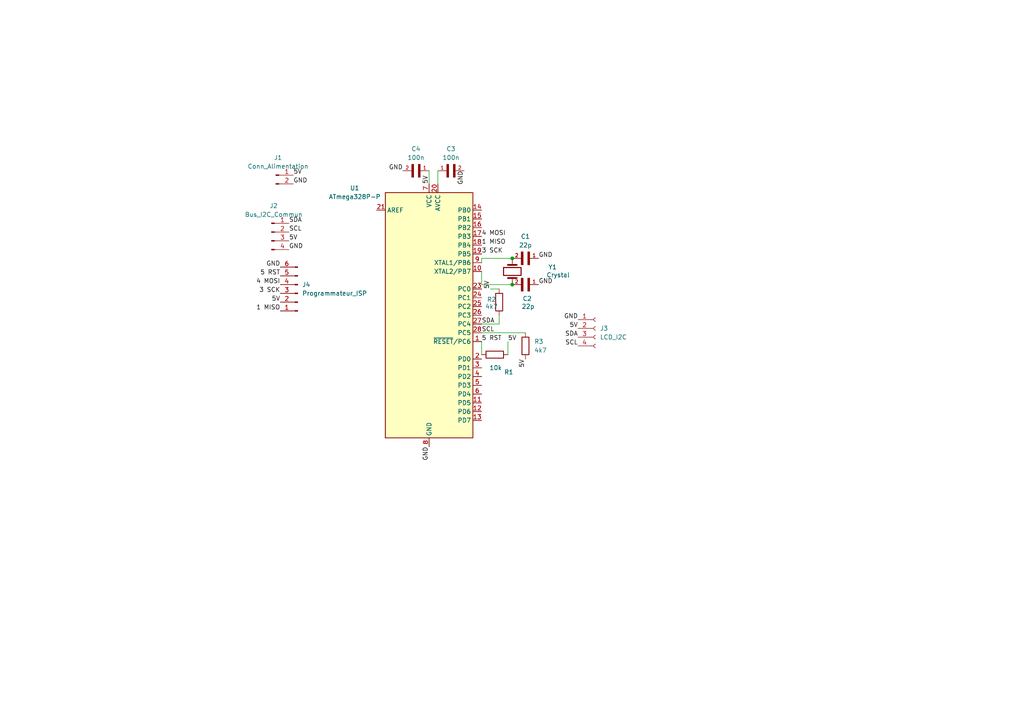
<source format=kicad_sch>
(kicad_sch (version 20250114) (generator "eeschema") (generator_version "9.0")
  (paper "A4")
  (lib_symbols
    (symbol "C0805F104K5RACTU:C0805F104K5RACTU" (pin_names (offset 1.016))
      (property "Reference" "C" (at 0 3.81 0))
      (property "Value" "C0805F104K5RACTU" (at 0 -5.08 0))
      (symbol "C0805F104K5RACTU_0_0"
        (rectangle (start 0 -1.905) (end 0.635 1.905) (stroke (width 0.1)) (fill (type outline)))
        (rectangle (start 1.905 -1.905) (end 2.54 1.905) (stroke (width 0.1)) (fill (type outline)))
        (pin passive line (at -2.54 0 0) (length 2.54) (name "~") (number "2"))
        (pin passive line (at 5.08 0 180) (length 2.54) (name "~") (number "1"))
      )
    )
    (symbol "Connector:Conn_01x02_Pin" (pin_names (offset 1.016) (hide yes))
      (property "Reference" "J" (at 0 2.54 0))
      (property "Value" "Conn_01x02_Pin" (at 0 -5.08 0))
      (symbol "Conn_01x02_Pin_1_1"
        (rectangle (start 0.8636 0.127) (end 0 -0.127) (stroke (width 0.1524)) (fill (type outline)))
        (rectangle (start 0.8636 -2.413) (end 0 -2.667) (stroke (width 0.1524)) (fill (type outline)))
        (polyline (pts (xy 1.27 0) (xy 0.8636 0)) (stroke (width 0.1524)))
        (polyline (pts (xy 1.27 -2.54) (xy 0.8636 -2.54)) (stroke (width 0.1524)))
        (pin passive line (at 5.08 0 180) (length 3.81) (name "Pin_1") (number "1"))
        (pin passive line (at 5.08 -2.54 180) (length 3.81) (name "Pin_2") (number "2"))
      )
    )
    (symbol "Connector:Conn_01x04_Pin" (pin_names (offset 1.016) (hide yes))
      (property "Reference" "J" (at 0 5.08 0))
      (property "Value" "Conn_01x04_Pin" (at 0 -7.62 0))
      (symbol "Conn_01x04_Pin_1_1"
        (rectangle (start 0.8636 2.667) (end 0 2.413) (stroke (width 0.1524)) (fill (type outline)))
        (rectangle (start 0.8636 0.127) (end 0 -0.127) (stroke (width 0.1524)) (fill (type outline)))
        (rectangle (start 0.8636 -2.413) (end 0 -2.667) (stroke (width 0.1524)) (fill (type outline)))
        (rectangle (start 0.8636 -4.953) (end 0 -5.207) (stroke (width 0.1524)) (fill (type outline)))
        (polyline (pts (xy 1.27 2.54) (xy 0.8636 2.54)) (stroke (width 0.1524)))
        (polyline (pts (xy 1.27 0) (xy 0.8636 0)) (stroke (width 0.1524)))
        (polyline (pts (xy 1.27 -2.54) (xy 0.8636 -2.54)) (stroke (width 0.1524)))
        (polyline (pts (xy 1.27 -5.08) (xy 0.8636 -5.08)) (stroke (width 0.1524)))
        (pin passive line (at 5.08 2.54 180) (length 3.81) (name "Pin_1") (number "1"))
        (pin passive line (at 5.08 0 180) (length 3.81) (name "Pin_2") (number "2"))
        (pin passive line (at 5.08 -2.54 180) (length 3.81) (name "Pin_3") (number "3"))
        (pin passive line (at 5.08 -5.08 180) (length 3.81) (name "Pin_4") (number "4"))
      )
    )
    (symbol "Connector:Conn_01x04_Socket" (pin_names (offset 1.016) (hide yes))
      (property "Reference" "J" (at 0 5.08 0))
      (property "Value" "Conn_01x04_Socket" (at 0 -7.62 0))
      (symbol "Conn_01x04_Socket_1_1"
        (polyline (pts (xy -1.27 2.54) (xy -0.508 2.54)) (stroke (width 0.1524)))
        (polyline (pts (xy -1.27 0) (xy -0.508 0)) (stroke (width 0.1524)))
        (polyline (pts (xy -1.27 -2.54) (xy -0.508 -2.54)) (stroke (width 0.1524)))
        (polyline (pts (xy -1.27 -5.08) (xy -0.508 -5.08)) (stroke (width 0.1524)))
        (arc (start 0 2.032) (mid -0.5058 2.54) (end 0 3.048) (stroke (width 0.1524)))
        (arc (start 0 -0.508) (mid -0.5058 0) (end 0 0.508) (stroke (width 0.1524)))
        (arc (start 0 -3.048) (mid -0.5058 -2.54) (end 0 -2.032) (stroke (width 0.1524)))
        (arc (start 0 -5.588) (mid -0.5058 -5.08) (end 0 -4.572) (stroke (width 0.1524)))
        (pin passive line (at -5.08 2.54 0) (length 3.81) (name "Pin_1") (number "1"))
        (pin passive line (at -5.08 0 0) (length 3.81) (name "Pin_2") (number "2"))
        (pin passive line (at -5.08 -2.54 0) (length 3.81) (name "Pin_3") (number "3"))
        (pin passive line (at -5.08 -5.08 0) (length 3.81) (name "Pin_4") (number "4"))
      )
    )
    (symbol "Connector:Conn_01x06_Pin" (pin_names (offset 1.016) (hide yes))
      (property "Reference" "J" (at 0 7.62 0))
      (property "Value" "Conn_01x06_Pin" (at 0 -10.16 0))
      (symbol "Conn_01x06_Pin_1_1"
        (rectangle (start 0.8636 5.207) (end 0 4.953) (stroke (width 0.1524)) (fill (type outline)))
        (rectangle (start 0.8636 2.667) (end 0 2.413) (stroke (width 0.1524)) (fill (type outline)))
        (rectangle (start 0.8636 0.127) (end 0 -0.127) (stroke (width 0.1524)) (fill (type outline)))
        (rectangle (start 0.8636 -2.413) (end 0 -2.667) (stroke (width 0.1524)) (fill (type outline)))
        (rectangle (start 0.8636 -4.953) (end 0 -5.207) (stroke (width 0.1524)) (fill (type outline)))
        (rectangle (start 0.8636 -7.493) (end 0 -7.747) (stroke (width 0.1524)) (fill (type outline)))
        (polyline (pts (xy 1.27 5.08) (xy 0.8636 5.08)) (stroke (width 0.1524)))
        (polyline (pts (xy 1.27 2.54) (xy 0.8636 2.54)) (stroke (width 0.1524)))
        (polyline (pts (xy 1.27 0) (xy 0.8636 0)) (stroke (width 0.1524)))
        (polyline (pts (xy 1.27 -2.54) (xy 0.8636 -2.54)) (stroke (width 0.1524)))
        (polyline (pts (xy 1.27 -5.08) (xy 0.8636 -5.08)) (stroke (width 0.1524)))
        (polyline (pts (xy 1.27 -7.62) (xy 0.8636 -7.62)) (stroke (width 0.1524)))
        (pin passive line (at 5.08 5.08 180) (length 3.81) (name "Pin_1") (number "1"))
        (pin passive line (at 5.08 2.54 180) (length 3.81) (name "Pin_2") (number "2"))
        (pin passive line (at 5.08 0 180) (length 3.81) (name "Pin_3") (number "3"))
        (pin passive line (at 5.08 -2.54 180) (length 3.81) (name "Pin_4") (number "4"))
        (pin passive line (at 5.08 -5.08 180) (length 3.81) (name "Pin_5") (number "5"))
        (pin passive line (at 5.08 -7.62 180) (length 3.81) (name "Pin_6") (number "6"))
      )
    )
    (symbol "Device:Crystal" (pin_numbers (hide yes)) (pin_names (offset 1.016) (hide yes))
      (property "Reference" "Y" (at 0 3.81 0))
      (property "Value" "Crystal" (at 0 -3.81 0))
      (symbol "Crystal_0_1"
        (polyline (pts (xy -2.54 0) (xy -1.905 0)))
        (polyline (pts (xy -1.905 -1.27) (xy -1.905 1.27)) (stroke (width 0.508)))
        (rectangle (start -1.143 2.54) (end 1.143 -2.54) (stroke (width 0.3048)))
        (polyline (pts (xy 1.905 -1.27) (xy 1.905 1.27)) (stroke (width 0.508)))
        (polyline (pts (xy 2.54 0) (xy 1.905 0)))
      )
      (symbol "Crystal_1_1"
        (pin passive line (at -3.81 0 0) (length 1.27) (name "1") (number "1"))
        (pin passive line (at 3.81 0 180) (length 1.27) (name "2") (number "2"))
      )
    )
    (symbol "Device:R" (pin_numbers (hide yes)) (pin_names (offset 0))
      (property "Reference" "R" (at 2.032 0 90))
      (property "Value" "R" (at 0 0 90))
      (symbol "R_0_1"
        (rectangle (start -1.016 -2.54) (end 1.016 2.54) (stroke (width 0.254)))
      )
      (symbol "R_1_1"
        (pin passive line (at 0 3.81 270) (length 1.27) (name "~") (number "1"))
        (pin passive line (at 0 -3.81 90) (length 1.27) (name "~") (number "2"))
      )
    )
    (symbol "MCU_Microchip_ATmega:ATmega328P-P"
      (property "Reference" "U" (at -12.7 36.83 0))
      (property "Value" "ATmega328P-P" (at 2.54 -36.83 0))
      (symbol "ATmega328P-P_0_1"
        (rectangle (start -12.7 -35.56) (end 12.7 35.56) (stroke (width 0.254)) (fill (type background)))
      )
      (symbol "ATmega328P-P_1_1"
        (pin passive line (at -15.24 30.48 0) (length 2.54) (name "AREF") (number "21"))
        (pin power_in line (at 0 38.1 270) (length 2.54) (name "VCC") (number "7"))
        (pin passive line (at 0 -38.1 90) (length 2.54) (hide yes) (name "GND") (number "22"))
        (pin power_in line (at 0 -38.1 90) (length 2.54) (name "GND") (number "8"))
        (pin power_in line (at 2.54 38.1 270) (length 2.54) (name "AVCC") (number "20"))
        (pin bidirectional line (at 15.24 30.48 180) (length 2.54) (name "PB0") (number "14"))
        (pin bidirectional line (at 15.24 27.94 180) (length 2.54) (name "PB1") (number "15"))
        (pin bidirectional line (at 15.24 25.4 180) (length 2.54) (name "PB2") (number "16"))
        (pin bidirectional line (at 15.24 22.86 180) (length 2.54) (name "PB3") (number "17"))
        (pin bidirectional line (at 15.24 20.32 180) (length 2.54) (name "PB4") (number "18"))
        (pin bidirectional line (at 15.24 17.78 180) (length 2.54) (name "PB5") (number "19"))
        (pin bidirectional line (at 15.24 15.24 180) (length 2.54) (name "XTAL1/PB6") (number "9"))
        (pin bidirectional line (at 15.24 12.7 180) (length 2.54) (name "XTAL2/PB7") (number "10"))
        (pin bidirectional line (at 15.24 7.62 180) (length 2.54) (name "PC0") (number "23"))
        (pin bidirectional line (at 15.24 5.08 180) (length 2.54) (name "PC1") (number "24"))
        (pin bidirectional line (at 15.24 2.54 180) (length 2.54) (name "PC2") (number "25"))
        (pin bidirectional line (at 15.24 0 180) (length 2.54) (name "PC3") (number "26"))
        (pin bidirectional line (at 15.24 -2.54 180) (length 2.54) (name "PC4") (number "27"))
        (pin bidirectional line (at 15.24 -5.08 180) (length 2.54) (name "PC5") (number "28"))
        (pin bidirectional line (at 15.24 -7.62 180) (length 2.54) (name "~{RESET}/PC6") (number "1"))
        (pin bidirectional line (at 15.24 -12.7 180) (length 2.54) (name "PD0") (number "2"))
        (pin bidirectional line (at 15.24 -15.24 180) (length 2.54) (name "PD1") (number "3"))
        (pin bidirectional line (at 15.24 -17.78 180) (length 2.54) (name "PD2") (number "4"))
        (pin bidirectional line (at 15.24 -20.32 180) (length 2.54) (name "PD3") (number "5"))
        (pin bidirectional line (at 15.24 -22.86 180) (length 2.54) (name "PD4") (number "6"))
        (pin bidirectional line (at 15.24 -25.4 180) (length 2.54) (name "PD5") (number "11"))
        (pin bidirectional line (at 15.24 -27.94 180) (length 2.54) (name "PD6") (number "12"))
        (pin bidirectional line (at 15.24 -30.48 180) (length 2.54) (name "PD7") (number "13"))
      )
    )
  )
  (junction (at 148.59 82.55))
  (junction (at 148.59 74.93))
  (wire (pts (xy 139.7 82.55) (xy 148.59 82.55)))
  (wire (pts (xy 147.32 102.87) (xy 147.32 99.06)))
  (wire (pts (xy 144.78 83.82) (xy 142.24 83.82)))
  (wire (pts (xy 127 49.53) (xy 127 53.34)))
  (wire (pts (xy 139.7 93.98) (xy 144.78 93.98)))
  (wire (pts (xy 139.7 76.2) (xy 139.7 74.93)))
  (wire (pts (xy 139.7 102.87) (xy 139.7 99.06)))
  (wire (pts (xy 139.7 78.74) (xy 139.7 82.55)))
  (wire (pts (xy 139.7 96.52) (xy 152.4 96.52)))
  (wire (pts (xy 124.46 49.53) (xy 124.46 53.34)))
  (wire (pts (xy 139.7 74.93) (xy 148.59 74.93)))
  (wire (pts (xy 144.78 91.44) (xy 144.78 93.98)))
  (label "5V" (at 81.28 87.63 180))
  (label "4 MOSI" (at 139.7 68.58 0))
  (label "1 MISO" (at 139.7 71.12 0))
  (label "GND" (at 134.62 49.53 270))
  (label "5V" (at 85.09 50.8 0))
  (label "5 RST" (at 81.28 80.01 180))
  (label "5 RST" (at 139.7 99.06 0))
  (label "GND" (at 81.28 77.47 180))
  (label "3 SCK" (at 81.28 85.09 180))
  (label "GND" (at 83.82 72.39 0))
  (label "GND" (at 167.64 92.71 180))
  (label "5V" (at 124.46 53.34 90))
  (label "GND" (at 124.46 129.54 270))
  (label "1 MISO" (at 81.28 90.17 180))
  (label "5V" (at 142.24 83.82 90))
  (label "5V" (at 147.32 99.06 0))
  (label "SDA" (at 167.64 97.79 180))
  (label "SCL" (at 139.7 96.52 0))
  (label "SCL" (at 83.82 67.31 0))
  (label "SDA" (at 139.7 93.98 0))
  (label "SCL" (at 167.64 100.33 180))
  (label "5V" (at 167.64 95.25 180))
  (label "5V" (at 83.82 69.85 0))
  (label "GND" (at 85.09 53.34 0))
  (label "4 MOSI" (at 81.28 82.55 180))
  (label "5V" (at 152.4 104.14 270))
  (label "GND" (at 156.21 82.55 0))
  (label "GND" (at 156.21 74.93 0))
  (label "GND" (at 116.84 49.53 180))
  (label "SDA" (at 83.82 64.77 0))
  (label "3 SCK" (at 139.7 73.66 0))
  (symbol (lib_id "Connector:Conn_01x04_Pin") (at 78.74 67.31 0) (unit 1)
    (property "Reference" "J2" (at 79.375 59.69 0))
    (property "Value" "Bus_I2C_Commun" (at 79.375 62.23 0))
    (property "Footprint" "Connector_PinHeader_2.54mm:PinHeader_1x04_P2.54mm_Vertical" (effects (hide yes)))
    (property "Description" "Generic connector, single row, 01x04, script generated" (effects (hide yes)))
  )
  (symbol (lib_id "Connector:Conn_01x06_Pin") (at 86.36 85.09 180) (unit 1)
    (property "Reference" "J4" (at 87.63 82.5499 0) (effects (justify right)))
    (property "Value" "Programmateur_ISP" (at 87.63 85.0899 0) (effects (justify right)))
    (property "Footprint" "Connector_PinHeader_2.54mm:PinHeader_1x06_P2.54mm_Vertical" (effects (hide yes)))
    (property "Description" "Generic connector, single row, 01x06, script generated" (effects (hide yes)))
  )
  (symbol (lib_id "C0805F104K5RACTU:C0805F104K5RACTU") (at 132.08 49.53 180) (unit 1)
    (property "Reference" "C3" (at 130.81 43.18 0))
    (property "Value" "100n" (at 130.81 45.72 0))
    (property "Footprint" "Capacitor_THT:CP_Radial_D6.3mm_P2.50mm" (effects (hide yes)))
    (property "MF" "KEMET" (effects (hide yes)))
    (property "Description_1" "0805 C 100nF Ceramic Multilayer Capacitor, 50 VDC, +125degC, X7R Dielec, +/-10% | KEMET C0805F104K5RACTU" (effects (hide yes)))
    (property "Package" "0805 Kemet" (effects (hide yes)))
    (property "Price" "None" (effects (hide yes)))
    (property "SnapEDA_Link" "https://www.snapeda.com/parts/C0805F104K5RACTU/KEMET/view-part/?ref=snap" (effects (hide yes)))
    (property "MP" "C0805F104K5RACTU" (effects (hide yes)))
    (property "Availability" "In Stock" (effects (hide yes)))
    (property "Check_prices" "https://www.snapeda.com/parts/C0805F104K5RACTU/KEMET/view-part/?ref=eda" (effects (hide yes)))
  )
  (symbol (lib_id "C0805F104K5RACTU:C0805F104K5RACTU") (at 151.13 74.93 0) (unit 1)
    (property "Reference" "C1" (at 152.4 68.58 0))
    (property "Value" "22p" (at 152.4 71.12 0))
    (property "Footprint" "Capacitor_THT:CP_Radial_D5.0mm_P2.50mm" (effects (hide yes)))
    (property "MF" "KEMET" (effects (hide yes)))
    (property "Description_1" "0805 C 100nF Ceramic Multilayer Capacitor, 50 VDC, +125degC, X7R Dielec, +/-10% | KEMET C0805F104K5RACTU" (effects (hide yes)))
    (property "Package" "0805 Kemet" (effects (hide yes)))
    (property "Price" "None" (effects (hide yes)))
    (property "SnapEDA_Link" "https://www.snapeda.com/parts/C0805F104K5RACTU/KEMET/view-part/?ref=snap" (effects (hide yes)))
    (property "MP" "C0805F104K5RACTU" (effects (hide yes)))
    (property "Availability" "In Stock" (effects (hide yes)))
    (property "Check_prices" "https://www.snapeda.com/parts/C0805F104K5RACTU/KEMET/view-part/?ref=eda" (effects (hide yes)))
  )
  (symbol (lib_id "C0805F104K5RACTU:C0805F104K5RACTU") (at 151.13 82.55 0) (unit 1)
    (property "Reference" "C2" (at 152.908 86.614 0))
    (property "Value" "22p" (at 153.162 88.9 0))
    (property "Footprint" "Capacitor_THT:CP_Radial_D5.0mm_P2.50mm" (effects (hide yes)))
    (property "MF" "KEMET" (effects (hide yes)))
    (property "Description_1" "0805 C 100nF Ceramic Multilayer Capacitor, 50 VDC, +125degC, X7R Dielec, +/-10% | KEMET C0805F104K5RACTU" (effects (hide yes)))
    (property "Package" "0805 Kemet" (effects (hide yes)))
    (property "Price" "None" (effects (hide yes)))
    (property "SnapEDA_Link" "https://www.snapeda.com/parts/C0805F104K5RACTU/KEMET/view-part/?ref=snap" (effects (hide yes)))
    (property "MP" "C0805F104K5RACTU" (effects (hide yes)))
    (property "Availability" "In Stock" (effects (hide yes)))
    (property "Check_prices" "https://www.snapeda.com/parts/C0805F104K5RACTU/KEMET/view-part/?ref=eda" (effects (hide yes)))
  )
  (symbol (lib_id "MCU_Microchip_ATmega:ATmega328P-P") (at 124.46 91.44 0) (unit 1)
    (property "Reference" "U1" (at 102.87 54.5398 0))
    (property "Value" "ATmega328P-P" (at 102.87 57.0798 0))
    (property "Footprint" "Package_DIP:DIP-28_W7.62mm" (effects (hide yes)))
    (property "Datasheet" "http://ww1.microchip.com/downloads/en/DeviceDoc/ATmega328_P%20AVR%20MCU%20with%20picoPower%20Technology%20Data%20Sheet%2040001984A.pdf" (effects (hide yes)))
    (property "Description" "20MHz, 32kB Flash, 2kB SRAM, 1kB EEPROM, DIP-28" (effects (hide yes)))
  )
  (symbol (lib_id "Connector:Conn_01x02_Pin") (at 80.01 50.8 0) (unit 1)
    (property "Reference" "J1" (at 80.645 45.72 0))
    (property "Value" "Conn_Alimentation" (at 80.645 48.26 0))
    (property "Footprint" "Connector_PinHeader_2.54mm:PinHeader_1x02_P2.54mm_Vertical" (effects (hide yes)))
    (property "Description" "Generic connector, single row, 01x02, script generated" (effects (hide yes)))
  )
  (symbol (lib_id "Device:Crystal") (at 148.59 78.74 90) (unit 1)
    (property "Reference" "Y1" (at 159.004 77.47 90) (effects (justify right)))
    (property "Value" "Crystal" (at 158.496 79.756 90) (effects (justify right)))
    (property "Footprint" "Crystal:Crystal_HC49-U_Vertical" (effects (hide yes)))
    (property "Description" "Two pin crystal" (effects (hide yes)))
  )
  (symbol (lib_id "Connector:Conn_01x04_Socket") (at 172.72 95.25 0) (unit 1)
    (property "Reference" "J3" (at 173.99 95.2499 0) (effects (justify left)))
    (property "Value" "LCD_I2C" (at 173.99 97.7899 0) (effects (justify left)))
    (property "Footprint" "Connector_PinHeader_2.54mm:PinHeader_1x04_P2.54mm_Vertical" (effects (hide yes)))
    (property "Description" "Generic connector, single row, 01x04, script generated" (effects (hide yes)))
  )
  (symbol (lib_id "C0805F104K5RACTU:C0805F104K5RACTU") (at 119.38 49.53 0) (unit 1)
    (property "Reference" "C4" (at 120.65 43.18 0))
    (property "Value" "100n" (at 120.65 45.72 0))
    (property "Footprint" "Capacitor_THT:CP_Radial_D6.3mm_P2.50mm" (effects (hide yes)))
    (property "MF" "KEMET" (effects (hide yes)))
    (property "Description_1" "0805 C 100nF Ceramic Multilayer Capacitor, 50 VDC, +125degC, X7R Dielec, +/-10% | KEMET C0805F104K5RACTU" (effects (hide yes)))
    (property "Package" "0805 Kemet" (effects (hide yes)))
    (property "Price" "None" (effects (hide yes)))
    (property "SnapEDA_Link" "https://www.snapeda.com/parts/C0805F104K5RACTU/KEMET/view-part/?ref=snap" (effects (hide yes)))
    (property "MP" "C0805F104K5RACTU" (effects (hide yes)))
    (property "Availability" "In Stock" (effects (hide yes)))
    (property "Check_prices" "https://www.snapeda.com/parts/C0805F104K5RACTU/KEMET/view-part/?ref=eda" (effects (hide yes)))
  )
  (symbol (lib_id "Device:R") (at 143.51 102.87 270) (unit 1)
    (property "Reference" "R1" (at 147.574 107.95 90))
    (property "Value" "10k" (at 143.764 106.68 90))
    (property "Footprint" "Resistor_THT:R_Axial_DIN0207_L6.3mm_D2.5mm_P7.62mm_Horizontal" (effects (hide yes)))
    (property "Description" "Resistor" (effects (hide yes)))
  )
  (symbol (lib_id "Device:R") (at 152.4 100.33 0) (unit 1)
    (property "Reference" "R3" (at 154.94 99.0599 0) (effects (justify left)))
    (property "Value" "4k7" (at 154.94 101.5999 0) (effects (justify left)))
    (property "Footprint" "Resistor_THT:R_Axial_DIN0309_L9.0mm_D3.2mm_P12.70mm_Horizontal" (effects (hide yes)))
    (property "Description" "Resistor" (effects (hide yes)))
  )
  (symbol (lib_id "Device:R") (at 144.78 87.63 0) (unit 1)
    (property "Reference" "R2" (at 141.224 86.868 0) (effects (justify left)))
    (property "Value" "4k7" (at 140.716 88.9 0) (effects (justify left)))
    (property "Footprint" "Resistor_THT:R_Axial_DIN0309_L9.0mm_D3.2mm_P12.70mm_Horizontal" (effects (hide yes)))
    (property "Description" "Resistor" (effects (hide yes)))
  )
)
</source>
